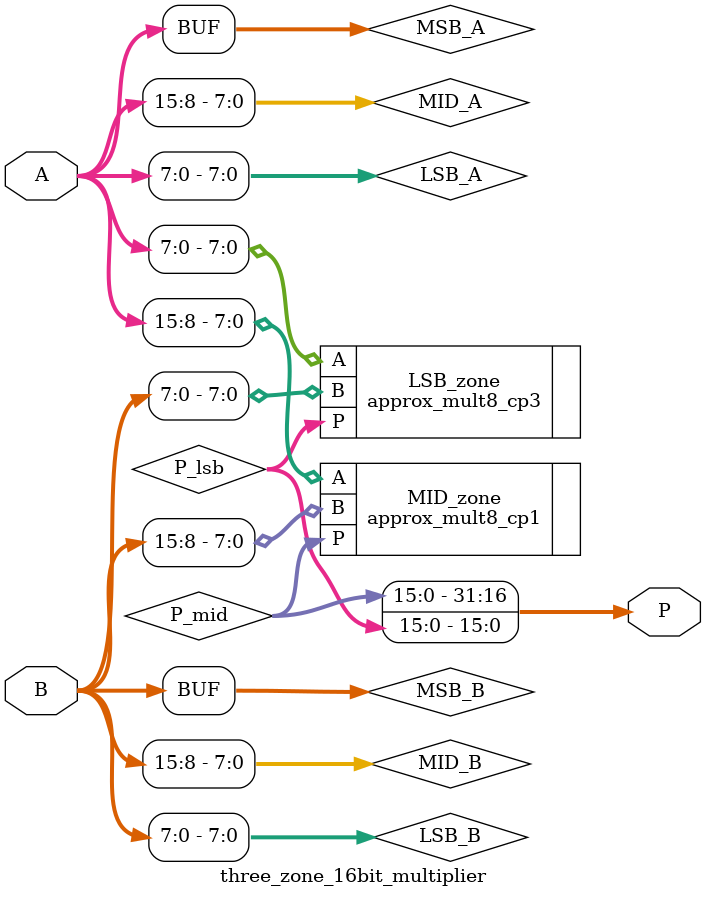
<source format=v>
module three_zone_16bit_multiplier (
    input  [15:0] A,
    input  [15:0] B,
    output [31:0] P
);

    wire [7:0]  LSB_A, LSB_B;
    wire [7:0]  MID_A, MID_B;
    wire [15:0] MSB_A, MSB_B;

    wire [15:0] P_lsb, P_mid;
    wire [31:0] P_msb;

    // Zone partition
    assign LSB_A = A[7:0];
    assign LSB_B = B[7:0];
    assign MID_A = A[15:8];
    assign MID_B = B[15:8];
    assign MSB_A = A;
    assign MSB_B = B;

    // LSB Zone (CP3)
    approx_mult8_cp3 LSB_zone (
        .A(LSB_A),
        .B(LSB_B),
        .P(P_lsb)
    );

    // Middle Zone (CP1)
    approx_mult8_cp1 MID_zone (
        .A(MID_A),
        .B(MID_B),
        .P(P_mid)
    );

    // MSB Zone (Exact multiplication)
    assign P_msb = MSB_A * MSB_B;

    // Final product combining all zones
    assign P = {P_msb[31:16], P_mid, P_lsb};

endmodule

</source>
